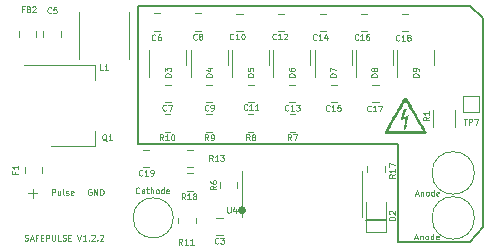
<source format=gto>
G04 #@! TF.GenerationSoftware,KiCad,Pcbnew,(5.99.0-10559-g8513ca974c)*
G04 #@! TF.CreationDate,2021-05-16T19:19:17+12:00*
G04 #@! TF.ProjectId,SafePulse,53616665-5075-46c7-9365-2e6b69636164,V1.2.2*
G04 #@! TF.SameCoordinates,Original*
G04 #@! TF.FileFunction,Legend,Top*
G04 #@! TF.FilePolarity,Positive*
%FSLAX46Y46*%
G04 Gerber Fmt 4.6, Leading zero omitted, Abs format (unit mm)*
G04 Created by KiCad (PCBNEW (5.99.0-10559-g8513ca974c)) date 2021-05-16 19:19:17*
%MOMM*%
%LPD*%
G01*
G04 APERTURE LIST*
%ADD10C,0.150000*%
%ADD11C,0.075000*%
%ADD12C,0.100000*%
%ADD13C,0.120000*%
%ADD14C,0.360000*%
G04 APERTURE END LIST*
D10*
X137414000Y-69270000D02*
X159400000Y-69270000D01*
X158370000Y-75770000D02*
X156670000Y-75770000D01*
X159400000Y-69270000D02*
X159400000Y-77570000D01*
X159400000Y-77585000D02*
X165471000Y-77580787D01*
X137414000Y-69270000D02*
X137414000Y-57658000D01*
X166597000Y-76300000D02*
X165471000Y-77580787D01*
X166604000Y-58658000D02*
X166597000Y-76300000D01*
X165520000Y-57658000D02*
X137414000Y-57658000D01*
X165520000Y-57658000D02*
X166604000Y-58658000D01*
D11*
X127766666Y-77467380D02*
X127838095Y-77491190D01*
X127957142Y-77491190D01*
X128004761Y-77467380D01*
X128028571Y-77443571D01*
X128052380Y-77395952D01*
X128052380Y-77348333D01*
X128028571Y-77300714D01*
X128004761Y-77276904D01*
X127957142Y-77253095D01*
X127861904Y-77229285D01*
X127814285Y-77205476D01*
X127790476Y-77181666D01*
X127766666Y-77134047D01*
X127766666Y-77086428D01*
X127790476Y-77038809D01*
X127814285Y-77015000D01*
X127861904Y-76991190D01*
X127980952Y-76991190D01*
X128052380Y-77015000D01*
X128242857Y-77348333D02*
X128480952Y-77348333D01*
X128195238Y-77491190D02*
X128361904Y-76991190D01*
X128528571Y-77491190D01*
X128861904Y-77229285D02*
X128695238Y-77229285D01*
X128695238Y-77491190D02*
X128695238Y-76991190D01*
X128933333Y-76991190D01*
X129123809Y-77229285D02*
X129290476Y-77229285D01*
X129361904Y-77491190D02*
X129123809Y-77491190D01*
X129123809Y-76991190D01*
X129361904Y-76991190D01*
X129576190Y-77491190D02*
X129576190Y-76991190D01*
X129766666Y-76991190D01*
X129814285Y-77015000D01*
X129838095Y-77038809D01*
X129861904Y-77086428D01*
X129861904Y-77157857D01*
X129838095Y-77205476D01*
X129814285Y-77229285D01*
X129766666Y-77253095D01*
X129576190Y-77253095D01*
X130076190Y-76991190D02*
X130076190Y-77395952D01*
X130100000Y-77443571D01*
X130123809Y-77467380D01*
X130171428Y-77491190D01*
X130266666Y-77491190D01*
X130314285Y-77467380D01*
X130338095Y-77443571D01*
X130361904Y-77395952D01*
X130361904Y-76991190D01*
X130838095Y-77491190D02*
X130600000Y-77491190D01*
X130600000Y-76991190D01*
X130980952Y-77467380D02*
X131052380Y-77491190D01*
X131171428Y-77491190D01*
X131219047Y-77467380D01*
X131242857Y-77443571D01*
X131266666Y-77395952D01*
X131266666Y-77348333D01*
X131242857Y-77300714D01*
X131219047Y-77276904D01*
X131171428Y-77253095D01*
X131076190Y-77229285D01*
X131028571Y-77205476D01*
X131004761Y-77181666D01*
X130980952Y-77134047D01*
X130980952Y-77086428D01*
X131004761Y-77038809D01*
X131028571Y-77015000D01*
X131076190Y-76991190D01*
X131195238Y-76991190D01*
X131266666Y-77015000D01*
X131480952Y-77229285D02*
X131647619Y-77229285D01*
X131719047Y-77491190D02*
X131480952Y-77491190D01*
X131480952Y-76991190D01*
X131719047Y-76991190D01*
X132242857Y-76991190D02*
X132409523Y-77491190D01*
X132576190Y-76991190D01*
X133004761Y-77491190D02*
X132719047Y-77491190D01*
X132861904Y-77491190D02*
X132861904Y-76991190D01*
X132814285Y-77062619D01*
X132766666Y-77110238D01*
X132719047Y-77134047D01*
X133219047Y-77443571D02*
X133242857Y-77467380D01*
X133219047Y-77491190D01*
X133195238Y-77467380D01*
X133219047Y-77443571D01*
X133219047Y-77491190D01*
X133433333Y-77038809D02*
X133457142Y-77015000D01*
X133504761Y-76991190D01*
X133623809Y-76991190D01*
X133671428Y-77015000D01*
X133695238Y-77038809D01*
X133719047Y-77086428D01*
X133719047Y-77134047D01*
X133695238Y-77205476D01*
X133409523Y-77491190D01*
X133719047Y-77491190D01*
X133933333Y-77443571D02*
X133957142Y-77467380D01*
X133933333Y-77491190D01*
X133909523Y-77467380D01*
X133933333Y-77443571D01*
X133933333Y-77491190D01*
X134147619Y-77038809D02*
X134171428Y-77015000D01*
X134219047Y-76991190D01*
X134338095Y-76991190D01*
X134385714Y-77015000D01*
X134409523Y-77038809D01*
X134433333Y-77086428D01*
X134433333Y-77134047D01*
X134409523Y-77205476D01*
X134123809Y-77491190D01*
X134433333Y-77491190D01*
D12*
X128079047Y-73471428D02*
X128840952Y-73471428D01*
X128460000Y-73852380D02*
X128460000Y-73090476D01*
X130095238Y-73626190D02*
X130095238Y-73126190D01*
X130285714Y-73126190D01*
X130333333Y-73150000D01*
X130357142Y-73173809D01*
X130380952Y-73221428D01*
X130380952Y-73292857D01*
X130357142Y-73340476D01*
X130333333Y-73364285D01*
X130285714Y-73388095D01*
X130095238Y-73388095D01*
X130809523Y-73292857D02*
X130809523Y-73626190D01*
X130595238Y-73292857D02*
X130595238Y-73554761D01*
X130619047Y-73602380D01*
X130666666Y-73626190D01*
X130738095Y-73626190D01*
X130785714Y-73602380D01*
X130809523Y-73578571D01*
X131119047Y-73626190D02*
X131071428Y-73602380D01*
X131047619Y-73554761D01*
X131047619Y-73126190D01*
X131285714Y-73602380D02*
X131333333Y-73626190D01*
X131428571Y-73626190D01*
X131476190Y-73602380D01*
X131500000Y-73554761D01*
X131500000Y-73530952D01*
X131476190Y-73483333D01*
X131428571Y-73459523D01*
X131357142Y-73459523D01*
X131309523Y-73435714D01*
X131285714Y-73388095D01*
X131285714Y-73364285D01*
X131309523Y-73316666D01*
X131357142Y-73292857D01*
X131428571Y-73292857D01*
X131476190Y-73316666D01*
X131904761Y-73602380D02*
X131857142Y-73626190D01*
X131761904Y-73626190D01*
X131714285Y-73602380D01*
X131690476Y-73554761D01*
X131690476Y-73364285D01*
X131714285Y-73316666D01*
X131761904Y-73292857D01*
X131857142Y-73292857D01*
X131904761Y-73316666D01*
X131928571Y-73364285D01*
X131928571Y-73411904D01*
X131690476Y-73459523D01*
X133413047Y-73150000D02*
X133365428Y-73126190D01*
X133294000Y-73126190D01*
X133222571Y-73150000D01*
X133174952Y-73197619D01*
X133151142Y-73245238D01*
X133127333Y-73340476D01*
X133127333Y-73411904D01*
X133151142Y-73507142D01*
X133174952Y-73554761D01*
X133222571Y-73602380D01*
X133294000Y-73626190D01*
X133341619Y-73626190D01*
X133413047Y-73602380D01*
X133436857Y-73578571D01*
X133436857Y-73411904D01*
X133341619Y-73411904D01*
X133651142Y-73626190D02*
X133651142Y-73126190D01*
X133936857Y-73626190D01*
X133936857Y-73126190D01*
X134174952Y-73626190D02*
X134174952Y-73126190D01*
X134294000Y-73126190D01*
X134365428Y-73150000D01*
X134413047Y-73197619D01*
X134436857Y-73245238D01*
X134460666Y-73340476D01*
X134460666Y-73411904D01*
X134436857Y-73507142D01*
X134413047Y-73554761D01*
X134365428Y-73602380D01*
X134294000Y-73626190D01*
X134174952Y-73626190D01*
D11*
X146617237Y-66378571D02*
X146593427Y-66402380D01*
X146521999Y-66426190D01*
X146474380Y-66426190D01*
X146402951Y-66402380D01*
X146355332Y-66354761D01*
X146331523Y-66307142D01*
X146307713Y-66211904D01*
X146307713Y-66140476D01*
X146331523Y-66045238D01*
X146355332Y-65997619D01*
X146402951Y-65950000D01*
X146474380Y-65926190D01*
X146521999Y-65926190D01*
X146593427Y-65950000D01*
X146617237Y-65973809D01*
X147093427Y-66426190D02*
X146807713Y-66426190D01*
X146950570Y-66426190D02*
X146950570Y-65926190D01*
X146902951Y-65997619D01*
X146855332Y-66045238D01*
X146807713Y-66069047D01*
X147569618Y-66426190D02*
X147283904Y-66426190D01*
X147426761Y-66426190D02*
X147426761Y-65926190D01*
X147379142Y-65997619D01*
X147331523Y-66045238D01*
X147283904Y-66069047D01*
X126964285Y-71667666D02*
X126964285Y-71834333D01*
X127226190Y-71834333D02*
X126726190Y-71834333D01*
X126726190Y-71596238D01*
X127226190Y-71143857D02*
X127226190Y-71429571D01*
X127226190Y-71286714D02*
X126726190Y-71286714D01*
X126797619Y-71334333D01*
X126845238Y-71381952D01*
X126869047Y-71429571D01*
X143314999Y-66438571D02*
X143291190Y-66462380D01*
X143219761Y-66486190D01*
X143172142Y-66486190D01*
X143100713Y-66462380D01*
X143053094Y-66414761D01*
X143029285Y-66367142D01*
X143005475Y-66271904D01*
X143005475Y-66200476D01*
X143029285Y-66105238D01*
X143053094Y-66057619D01*
X143100713Y-66010000D01*
X143172142Y-65986190D01*
X143219761Y-65986190D01*
X143291190Y-66010000D01*
X143314999Y-66033809D01*
X143553094Y-66486190D02*
X143648333Y-66486190D01*
X143695952Y-66462380D01*
X143719761Y-66438571D01*
X143767380Y-66367142D01*
X143791190Y-66271904D01*
X143791190Y-66081428D01*
X143767380Y-66033809D01*
X143743571Y-66010000D01*
X143695952Y-65986190D01*
X143600713Y-65986190D01*
X143553094Y-66010000D01*
X143529285Y-66033809D01*
X143505475Y-66081428D01*
X143505475Y-66200476D01*
X143529285Y-66248095D01*
X143553094Y-66271904D01*
X143600713Y-66295714D01*
X143695952Y-66295714D01*
X143743571Y-66271904D01*
X143767380Y-66248095D01*
X143791190Y-66200476D01*
X160858095Y-73538333D02*
X161096190Y-73538333D01*
X160810476Y-73681190D02*
X160977142Y-73181190D01*
X161143809Y-73681190D01*
X161310476Y-73347857D02*
X161310476Y-73681190D01*
X161310476Y-73395476D02*
X161334285Y-73371666D01*
X161381904Y-73347857D01*
X161453333Y-73347857D01*
X161500952Y-73371666D01*
X161524761Y-73419285D01*
X161524761Y-73681190D01*
X161834285Y-73681190D02*
X161786666Y-73657380D01*
X161762857Y-73633571D01*
X161739047Y-73585952D01*
X161739047Y-73443095D01*
X161762857Y-73395476D01*
X161786666Y-73371666D01*
X161834285Y-73347857D01*
X161905714Y-73347857D01*
X161953333Y-73371666D01*
X161977142Y-73395476D01*
X162000952Y-73443095D01*
X162000952Y-73585952D01*
X161977142Y-73633571D01*
X161953333Y-73657380D01*
X161905714Y-73681190D01*
X161834285Y-73681190D01*
X162429523Y-73681190D02*
X162429523Y-73181190D01*
X162429523Y-73657380D02*
X162381904Y-73681190D01*
X162286666Y-73681190D01*
X162239047Y-73657380D01*
X162215238Y-73633571D01*
X162191428Y-73585952D01*
X162191428Y-73443095D01*
X162215238Y-73395476D01*
X162239047Y-73371666D01*
X162286666Y-73347857D01*
X162381904Y-73347857D01*
X162429523Y-73371666D01*
X162858095Y-73657380D02*
X162810476Y-73681190D01*
X162715238Y-73681190D01*
X162667619Y-73657380D01*
X162643809Y-73609761D01*
X162643809Y-73419285D01*
X162667619Y-73371666D01*
X162715238Y-73347857D01*
X162810476Y-73347857D01*
X162858095Y-73371666D01*
X162881904Y-73419285D01*
X162881904Y-73466904D01*
X162643809Y-73514523D01*
X160818095Y-77248333D02*
X161056190Y-77248333D01*
X160770476Y-77391190D02*
X160937142Y-76891190D01*
X161103809Y-77391190D01*
X161270476Y-77057857D02*
X161270476Y-77391190D01*
X161270476Y-77105476D02*
X161294285Y-77081666D01*
X161341904Y-77057857D01*
X161413333Y-77057857D01*
X161460952Y-77081666D01*
X161484761Y-77129285D01*
X161484761Y-77391190D01*
X161794285Y-77391190D02*
X161746666Y-77367380D01*
X161722857Y-77343571D01*
X161699047Y-77295952D01*
X161699047Y-77153095D01*
X161722857Y-77105476D01*
X161746666Y-77081666D01*
X161794285Y-77057857D01*
X161865714Y-77057857D01*
X161913333Y-77081666D01*
X161937142Y-77105476D01*
X161960952Y-77153095D01*
X161960952Y-77295952D01*
X161937142Y-77343571D01*
X161913333Y-77367380D01*
X161865714Y-77391190D01*
X161794285Y-77391190D01*
X162389523Y-77391190D02*
X162389523Y-76891190D01*
X162389523Y-77367380D02*
X162341904Y-77391190D01*
X162246666Y-77391190D01*
X162199047Y-77367380D01*
X162175238Y-77343571D01*
X162151428Y-77295952D01*
X162151428Y-77153095D01*
X162175238Y-77105476D01*
X162199047Y-77081666D01*
X162246666Y-77057857D01*
X162341904Y-77057857D01*
X162389523Y-77081666D01*
X162818095Y-77367380D02*
X162770476Y-77391190D01*
X162675238Y-77391190D01*
X162627619Y-77367380D01*
X162603809Y-77319761D01*
X162603809Y-77129285D01*
X162627619Y-77081666D01*
X162675238Y-77057857D01*
X162770476Y-77057857D01*
X162818095Y-77081666D01*
X162841904Y-77129285D01*
X162841904Y-77176904D01*
X162603809Y-77224523D01*
X157626190Y-63619047D02*
X157126190Y-63619047D01*
X157126190Y-63500000D01*
X157150000Y-63428571D01*
X157197619Y-63380952D01*
X157245238Y-63357142D01*
X157340476Y-63333333D01*
X157411904Y-63333333D01*
X157507142Y-63357142D01*
X157554761Y-63380952D01*
X157602380Y-63428571D01*
X157626190Y-63500000D01*
X157626190Y-63619047D01*
X157340476Y-63047619D02*
X157316666Y-63095238D01*
X157292857Y-63119047D01*
X157245238Y-63142857D01*
X157221428Y-63142857D01*
X157173809Y-63119047D01*
X157150000Y-63095238D01*
X157126190Y-63047619D01*
X157126190Y-62952380D01*
X157150000Y-62904761D01*
X157173809Y-62880952D01*
X157221428Y-62857142D01*
X157245238Y-62857142D01*
X157292857Y-62880952D01*
X157316666Y-62904761D01*
X157340476Y-62952380D01*
X157340476Y-63047619D01*
X157364285Y-63095238D01*
X157388095Y-63119047D01*
X157435714Y-63142857D01*
X157530952Y-63142857D01*
X157578571Y-63119047D01*
X157602380Y-63095238D01*
X157626190Y-63047619D01*
X157626190Y-62952380D01*
X157602380Y-62904761D01*
X157578571Y-62880952D01*
X157530952Y-62857142D01*
X157435714Y-62857142D01*
X157388095Y-62880952D01*
X157364285Y-62904761D01*
X157340476Y-62952380D01*
X143626190Y-63619047D02*
X143126190Y-63619047D01*
X143126190Y-63500000D01*
X143150000Y-63428571D01*
X143197619Y-63380952D01*
X143245238Y-63357142D01*
X143340476Y-63333333D01*
X143411904Y-63333333D01*
X143507142Y-63357142D01*
X143554761Y-63380952D01*
X143602380Y-63428571D01*
X143626190Y-63500000D01*
X143626190Y-63619047D01*
X143292857Y-62904761D02*
X143626190Y-62904761D01*
X143102380Y-63023809D02*
X143459523Y-63142857D01*
X143459523Y-62833333D01*
X149048571Y-60408571D02*
X149024761Y-60432380D01*
X148953333Y-60456190D01*
X148905714Y-60456190D01*
X148834285Y-60432380D01*
X148786666Y-60384761D01*
X148762857Y-60337142D01*
X148739047Y-60241904D01*
X148739047Y-60170476D01*
X148762857Y-60075238D01*
X148786666Y-60027619D01*
X148834285Y-59980000D01*
X148905714Y-59956190D01*
X148953333Y-59956190D01*
X149024761Y-59980000D01*
X149048571Y-60003809D01*
X149524761Y-60456190D02*
X149239047Y-60456190D01*
X149381904Y-60456190D02*
X149381904Y-59956190D01*
X149334285Y-60027619D01*
X149286666Y-60075238D01*
X149239047Y-60099047D01*
X149715238Y-60003809D02*
X149739047Y-59980000D01*
X149786666Y-59956190D01*
X149905714Y-59956190D01*
X149953333Y-59980000D01*
X149977142Y-60003809D01*
X150000952Y-60051428D01*
X150000952Y-60099047D01*
X149977142Y-60170476D01*
X149691428Y-60456190D01*
X150000952Y-60456190D01*
X150097570Y-66438571D02*
X150073760Y-66462380D01*
X150002332Y-66486190D01*
X149954713Y-66486190D01*
X149883284Y-66462380D01*
X149835665Y-66414761D01*
X149811856Y-66367142D01*
X149788046Y-66271904D01*
X149788046Y-66200476D01*
X149811856Y-66105238D01*
X149835665Y-66057619D01*
X149883284Y-66010000D01*
X149954713Y-65986190D01*
X150002332Y-65986190D01*
X150073760Y-66010000D01*
X150097570Y-66033809D01*
X150573760Y-66486190D02*
X150288046Y-66486190D01*
X150430903Y-66486190D02*
X150430903Y-65986190D01*
X150383284Y-66057619D01*
X150335665Y-66105238D01*
X150288046Y-66129047D01*
X150740427Y-65986190D02*
X151049951Y-65986190D01*
X150883284Y-66176666D01*
X150954713Y-66176666D01*
X151002332Y-66200476D01*
X151026141Y-66224285D01*
X151049951Y-66271904D01*
X151049951Y-66390952D01*
X151026141Y-66438571D01*
X151002332Y-66462380D01*
X150954713Y-66486190D01*
X150811856Y-66486190D01*
X150764237Y-66462380D01*
X150740427Y-66438571D01*
X159126190Y-71886428D02*
X158888095Y-72053095D01*
X159126190Y-72172142D02*
X158626190Y-72172142D01*
X158626190Y-71981666D01*
X158650000Y-71934047D01*
X158673809Y-71910238D01*
X158721428Y-71886428D01*
X158792857Y-71886428D01*
X158840476Y-71910238D01*
X158864285Y-71934047D01*
X158888095Y-71981666D01*
X158888095Y-72172142D01*
X159126190Y-71410238D02*
X159126190Y-71695952D01*
X159126190Y-71553095D02*
X158626190Y-71553095D01*
X158697619Y-71600714D01*
X158745238Y-71648333D01*
X158769047Y-71695952D01*
X158626190Y-71243571D02*
X158626190Y-70910238D01*
X159126190Y-71124523D01*
X145448571Y-60408571D02*
X145424761Y-60432380D01*
X145353333Y-60456190D01*
X145305714Y-60456190D01*
X145234285Y-60432380D01*
X145186666Y-60384761D01*
X145162857Y-60337142D01*
X145139047Y-60241904D01*
X145139047Y-60170476D01*
X145162857Y-60075238D01*
X145186666Y-60027619D01*
X145234285Y-59980000D01*
X145305714Y-59956190D01*
X145353333Y-59956190D01*
X145424761Y-59980000D01*
X145448571Y-60003809D01*
X145924761Y-60456190D02*
X145639047Y-60456190D01*
X145781904Y-60456190D02*
X145781904Y-59956190D01*
X145734285Y-60027619D01*
X145686666Y-60075238D01*
X145639047Y-60099047D01*
X146234285Y-59956190D02*
X146281904Y-59956190D01*
X146329523Y-59980000D01*
X146353333Y-60003809D01*
X146377142Y-60051428D01*
X146400952Y-60146666D01*
X146400952Y-60265714D01*
X146377142Y-60360952D01*
X146353333Y-60408571D01*
X146329523Y-60432380D01*
X146281904Y-60456190D01*
X146234285Y-60456190D01*
X146186666Y-60432380D01*
X146162857Y-60408571D01*
X146139047Y-60360952D01*
X146115238Y-60265714D01*
X146115238Y-60146666D01*
X146139047Y-60051428D01*
X146162857Y-60003809D01*
X146186666Y-59980000D01*
X146234285Y-59956190D01*
X140150190Y-63619047D02*
X139650190Y-63619047D01*
X139650190Y-63500000D01*
X139674000Y-63428571D01*
X139721619Y-63380952D01*
X139769238Y-63357142D01*
X139864476Y-63333333D01*
X139935904Y-63333333D01*
X140031142Y-63357142D01*
X140078761Y-63380952D01*
X140126380Y-63428571D01*
X140150190Y-63500000D01*
X140150190Y-63619047D01*
X139650190Y-63166666D02*
X139650190Y-62857142D01*
X139840666Y-63023809D01*
X139840666Y-62952380D01*
X139864476Y-62904761D01*
X139888285Y-62880952D01*
X139935904Y-62857142D01*
X140054952Y-62857142D01*
X140102571Y-62880952D01*
X140126380Y-62904761D01*
X140150190Y-62952380D01*
X140150190Y-63095238D01*
X140126380Y-63142857D01*
X140102571Y-63166666D01*
X146828664Y-68996190D02*
X146661998Y-68758095D01*
X146542950Y-68996190D02*
X146542950Y-68496190D01*
X146733426Y-68496190D01*
X146781045Y-68520000D01*
X146804855Y-68543809D01*
X146828664Y-68591428D01*
X146828664Y-68662857D01*
X146804855Y-68710476D01*
X146781045Y-68734285D01*
X146733426Y-68758095D01*
X146542950Y-68758095D01*
X147114378Y-68710476D02*
X147066759Y-68686666D01*
X147042950Y-68662857D01*
X147019140Y-68615238D01*
X147019140Y-68591428D01*
X147042950Y-68543809D01*
X147066759Y-68520000D01*
X147114378Y-68496190D01*
X147209617Y-68496190D01*
X147257236Y-68520000D01*
X147281045Y-68543809D01*
X147304855Y-68591428D01*
X147304855Y-68615238D01*
X147281045Y-68662857D01*
X147257236Y-68686666D01*
X147209617Y-68710476D01*
X147114378Y-68710476D01*
X147066759Y-68734285D01*
X147042950Y-68758095D01*
X147019140Y-68805714D01*
X147019140Y-68900952D01*
X147042950Y-68948571D01*
X147066759Y-68972380D01*
X147114378Y-68996190D01*
X147209617Y-68996190D01*
X147257236Y-68972380D01*
X147281045Y-68948571D01*
X147304855Y-68900952D01*
X147304855Y-68805714D01*
X147281045Y-68758095D01*
X147257236Y-68734285D01*
X147209617Y-68710476D01*
X127693333Y-57904285D02*
X127526666Y-57904285D01*
X127526666Y-58166190D02*
X127526666Y-57666190D01*
X127764761Y-57666190D01*
X128121904Y-57904285D02*
X128193333Y-57928095D01*
X128217142Y-57951904D01*
X128240952Y-57999523D01*
X128240952Y-58070952D01*
X128217142Y-58118571D01*
X128193333Y-58142380D01*
X128145714Y-58166190D01*
X127955238Y-58166190D01*
X127955238Y-57666190D01*
X128121904Y-57666190D01*
X128169523Y-57690000D01*
X128193333Y-57713809D01*
X128217142Y-57761428D01*
X128217142Y-57809047D01*
X128193333Y-57856666D01*
X128169523Y-57880476D01*
X128121904Y-57904285D01*
X127955238Y-57904285D01*
X128431428Y-57713809D02*
X128455238Y-57690000D01*
X128502857Y-57666190D01*
X128621904Y-57666190D01*
X128669523Y-57690000D01*
X128693333Y-57713809D01*
X128717142Y-57761428D01*
X128717142Y-57809047D01*
X128693333Y-57880476D01*
X128407619Y-58166190D01*
X128717142Y-58166190D01*
X150355665Y-68996190D02*
X150188999Y-68758095D01*
X150069951Y-68996190D02*
X150069951Y-68496190D01*
X150260427Y-68496190D01*
X150308046Y-68520000D01*
X150331856Y-68543809D01*
X150355665Y-68591428D01*
X150355665Y-68662857D01*
X150331856Y-68710476D01*
X150308046Y-68734285D01*
X150260427Y-68758095D01*
X150069951Y-68758095D01*
X150522332Y-68496190D02*
X150855665Y-68496190D01*
X150641379Y-68996190D01*
X143996190Y-72853333D02*
X143758095Y-73020000D01*
X143996190Y-73139047D02*
X143496190Y-73139047D01*
X143496190Y-72948571D01*
X143520000Y-72900952D01*
X143543809Y-72877142D01*
X143591428Y-72853333D01*
X143662857Y-72853333D01*
X143710476Y-72877142D01*
X143734285Y-72900952D01*
X143758095Y-72948571D01*
X143758095Y-73139047D01*
X143496190Y-72424761D02*
X143496190Y-72520000D01*
X143520000Y-72567619D01*
X143543809Y-72591428D01*
X143615238Y-72639047D01*
X143710476Y-72662857D01*
X143900952Y-72662857D01*
X143948571Y-72639047D01*
X143972380Y-72615238D01*
X143996190Y-72567619D01*
X143996190Y-72472380D01*
X143972380Y-72424761D01*
X143948571Y-72400952D01*
X143900952Y-72377142D01*
X143781904Y-72377142D01*
X143734285Y-72400952D01*
X143710476Y-72424761D01*
X143686666Y-72472380D01*
X143686666Y-72567619D01*
X143710476Y-72615238D01*
X143734285Y-72639047D01*
X143781904Y-72662857D01*
X153587903Y-66458571D02*
X153564093Y-66482380D01*
X153492665Y-66506190D01*
X153445046Y-66506190D01*
X153373617Y-66482380D01*
X153325998Y-66434761D01*
X153302189Y-66387142D01*
X153278379Y-66291904D01*
X153278379Y-66220476D01*
X153302189Y-66125238D01*
X153325998Y-66077619D01*
X153373617Y-66030000D01*
X153445046Y-66006190D01*
X153492665Y-66006190D01*
X153564093Y-66030000D01*
X153587903Y-66053809D01*
X154064093Y-66506190D02*
X153778379Y-66506190D01*
X153921236Y-66506190D02*
X153921236Y-66006190D01*
X153873617Y-66077619D01*
X153825998Y-66125238D01*
X153778379Y-66149047D01*
X154516474Y-66006190D02*
X154278379Y-66006190D01*
X154254570Y-66244285D01*
X154278379Y-66220476D01*
X154325998Y-66196666D01*
X154445046Y-66196666D01*
X154492665Y-66220476D01*
X154516474Y-66244285D01*
X154540284Y-66291904D01*
X154540284Y-66410952D01*
X154516474Y-66458571D01*
X154492665Y-66482380D01*
X154445046Y-66506190D01*
X154325998Y-66506190D01*
X154278379Y-66482380D01*
X154254570Y-66458571D01*
X150626190Y-63619047D02*
X150126190Y-63619047D01*
X150126190Y-63500000D01*
X150150000Y-63428571D01*
X150197619Y-63380952D01*
X150245238Y-63357142D01*
X150340476Y-63333333D01*
X150411904Y-63333333D01*
X150507142Y-63357142D01*
X150554761Y-63380952D01*
X150602380Y-63428571D01*
X150626190Y-63500000D01*
X150626190Y-63619047D01*
X150126190Y-62904761D02*
X150126190Y-63000000D01*
X150150000Y-63047619D01*
X150173809Y-63071428D01*
X150245238Y-63119047D01*
X150340476Y-63142857D01*
X150530952Y-63142857D01*
X150578571Y-63119047D01*
X150602380Y-63095238D01*
X150626190Y-63047619D01*
X150626190Y-62952380D01*
X150602380Y-62904761D01*
X150578571Y-62880952D01*
X150530952Y-62857142D01*
X150411904Y-62857142D01*
X150364285Y-62880952D01*
X150340476Y-62904761D01*
X150316666Y-62952380D01*
X150316666Y-63047619D01*
X150340476Y-63095238D01*
X150364285Y-63119047D01*
X150411904Y-63142857D01*
X137492857Y-73443571D02*
X137469047Y-73467380D01*
X137397619Y-73491190D01*
X137350000Y-73491190D01*
X137278571Y-73467380D01*
X137230952Y-73419761D01*
X137207142Y-73372142D01*
X137183333Y-73276904D01*
X137183333Y-73205476D01*
X137207142Y-73110238D01*
X137230952Y-73062619D01*
X137278571Y-73015000D01*
X137350000Y-72991190D01*
X137397619Y-72991190D01*
X137469047Y-73015000D01*
X137492857Y-73038809D01*
X137921428Y-73491190D02*
X137921428Y-73229285D01*
X137897619Y-73181666D01*
X137850000Y-73157857D01*
X137754761Y-73157857D01*
X137707142Y-73181666D01*
X137921428Y-73467380D02*
X137873809Y-73491190D01*
X137754761Y-73491190D01*
X137707142Y-73467380D01*
X137683333Y-73419761D01*
X137683333Y-73372142D01*
X137707142Y-73324523D01*
X137754761Y-73300714D01*
X137873809Y-73300714D01*
X137921428Y-73276904D01*
X138088095Y-73157857D02*
X138278571Y-73157857D01*
X138159523Y-72991190D02*
X138159523Y-73419761D01*
X138183333Y-73467380D01*
X138230952Y-73491190D01*
X138278571Y-73491190D01*
X138445238Y-73491190D02*
X138445238Y-72991190D01*
X138659523Y-73491190D02*
X138659523Y-73229285D01*
X138635714Y-73181666D01*
X138588095Y-73157857D01*
X138516666Y-73157857D01*
X138469047Y-73181666D01*
X138445238Y-73205476D01*
X138969047Y-73491190D02*
X138921428Y-73467380D01*
X138897619Y-73443571D01*
X138873809Y-73395952D01*
X138873809Y-73253095D01*
X138897619Y-73205476D01*
X138921428Y-73181666D01*
X138969047Y-73157857D01*
X139040476Y-73157857D01*
X139088095Y-73181666D01*
X139111904Y-73205476D01*
X139135714Y-73253095D01*
X139135714Y-73395952D01*
X139111904Y-73443571D01*
X139088095Y-73467380D01*
X139040476Y-73491190D01*
X138969047Y-73491190D01*
X139564285Y-73491190D02*
X139564285Y-72991190D01*
X139564285Y-73467380D02*
X139516666Y-73491190D01*
X139421428Y-73491190D01*
X139373809Y-73467380D01*
X139350000Y-73443571D01*
X139326190Y-73395952D01*
X139326190Y-73253095D01*
X139350000Y-73205476D01*
X139373809Y-73181666D01*
X139421428Y-73157857D01*
X139516666Y-73157857D01*
X139564285Y-73181666D01*
X139992857Y-73467380D02*
X139945238Y-73491190D01*
X139850000Y-73491190D01*
X139802380Y-73467380D01*
X139778571Y-73419761D01*
X139778571Y-73229285D01*
X139802380Y-73181666D01*
X139850000Y-73157857D01*
X139945238Y-73157857D01*
X139992857Y-73181666D01*
X140016666Y-73229285D01*
X140016666Y-73276904D01*
X139778571Y-73324523D01*
X154126190Y-63619047D02*
X153626190Y-63619047D01*
X153626190Y-63500000D01*
X153650000Y-63428571D01*
X153697619Y-63380952D01*
X153745238Y-63357142D01*
X153840476Y-63333333D01*
X153911904Y-63333333D01*
X154007142Y-63357142D01*
X154054761Y-63380952D01*
X154102380Y-63428571D01*
X154126190Y-63500000D01*
X154126190Y-63619047D01*
X153626190Y-63166666D02*
X153626190Y-62833333D01*
X154126190Y-63047619D01*
X138846666Y-60488571D02*
X138822857Y-60512380D01*
X138751428Y-60536190D01*
X138703809Y-60536190D01*
X138632380Y-60512380D01*
X138584761Y-60464761D01*
X138560952Y-60417142D01*
X138537142Y-60321904D01*
X138537142Y-60250476D01*
X138560952Y-60155238D01*
X138584761Y-60107619D01*
X138632380Y-60060000D01*
X138703809Y-60036190D01*
X138751428Y-60036190D01*
X138822857Y-60060000D01*
X138846666Y-60083809D01*
X139275238Y-60036190D02*
X139180000Y-60036190D01*
X139132380Y-60060000D01*
X139108571Y-60083809D01*
X139060952Y-60155238D01*
X139037142Y-60250476D01*
X139037142Y-60440952D01*
X139060952Y-60488571D01*
X139084761Y-60512380D01*
X139132380Y-60536190D01*
X139227619Y-60536190D01*
X139275238Y-60512380D01*
X139299047Y-60488571D01*
X139322857Y-60440952D01*
X139322857Y-60321904D01*
X139299047Y-60274285D01*
X139275238Y-60250476D01*
X139227619Y-60226666D01*
X139132380Y-60226666D01*
X139084761Y-60250476D01*
X139060952Y-60274285D01*
X139037142Y-60321904D01*
X130016666Y-58178571D02*
X129992857Y-58202380D01*
X129921428Y-58226190D01*
X129873809Y-58226190D01*
X129802380Y-58202380D01*
X129754761Y-58154761D01*
X129730952Y-58107142D01*
X129707142Y-58011904D01*
X129707142Y-57940476D01*
X129730952Y-57845238D01*
X129754761Y-57797619D01*
X129802380Y-57750000D01*
X129873809Y-57726190D01*
X129921428Y-57726190D01*
X129992857Y-57750000D01*
X130016666Y-57773809D01*
X130469047Y-57726190D02*
X130230952Y-57726190D01*
X130207142Y-57964285D01*
X130230952Y-57940476D01*
X130278571Y-57916666D01*
X130397619Y-57916666D01*
X130445238Y-57940476D01*
X130469047Y-57964285D01*
X130492857Y-58011904D01*
X130492857Y-58130952D01*
X130469047Y-58178571D01*
X130445238Y-58202380D01*
X130397619Y-58226190D01*
X130278571Y-58226190D01*
X130230952Y-58202380D01*
X130207142Y-58178571D01*
X162024190Y-67012333D02*
X161786095Y-67179000D01*
X162024190Y-67298047D02*
X161524190Y-67298047D01*
X161524190Y-67107571D01*
X161548000Y-67059952D01*
X161571809Y-67036142D01*
X161619428Y-67012333D01*
X161690857Y-67012333D01*
X161738476Y-67036142D01*
X161762285Y-67059952D01*
X161786095Y-67107571D01*
X161786095Y-67298047D01*
X162024190Y-66536142D02*
X162024190Y-66821857D01*
X162024190Y-66679000D02*
X161524190Y-66679000D01*
X161595619Y-66726619D01*
X161643238Y-66774238D01*
X161667047Y-66821857D01*
X157088236Y-66508571D02*
X157064426Y-66532380D01*
X156992998Y-66556190D01*
X156945379Y-66556190D01*
X156873950Y-66532380D01*
X156826331Y-66484761D01*
X156802522Y-66437142D01*
X156778712Y-66341904D01*
X156778712Y-66270476D01*
X156802522Y-66175238D01*
X156826331Y-66127619D01*
X156873950Y-66080000D01*
X156945379Y-66056190D01*
X156992998Y-66056190D01*
X157064426Y-66080000D01*
X157088236Y-66103809D01*
X157564426Y-66556190D02*
X157278712Y-66556190D01*
X157421569Y-66556190D02*
X157421569Y-66056190D01*
X157373950Y-66127619D01*
X157326331Y-66175238D01*
X157278712Y-66199047D01*
X157731093Y-66056190D02*
X158064426Y-66056190D01*
X157850141Y-66556190D01*
X141360571Y-73996190D02*
X141193904Y-73758095D01*
X141074857Y-73996190D02*
X141074857Y-73496190D01*
X141265333Y-73496190D01*
X141312952Y-73520000D01*
X141336761Y-73543809D01*
X141360571Y-73591428D01*
X141360571Y-73662857D01*
X141336761Y-73710476D01*
X141312952Y-73734285D01*
X141265333Y-73758095D01*
X141074857Y-73758095D01*
X141836761Y-73996190D02*
X141551047Y-73996190D01*
X141693904Y-73996190D02*
X141693904Y-73496190D01*
X141646285Y-73567619D01*
X141598666Y-73615238D01*
X141551047Y-73639047D01*
X142122476Y-73710476D02*
X142074857Y-73686666D01*
X142051047Y-73662857D01*
X142027238Y-73615238D01*
X142027238Y-73591428D01*
X142051047Y-73543809D01*
X142074857Y-73520000D01*
X142122476Y-73496190D01*
X142217714Y-73496190D01*
X142265333Y-73520000D01*
X142289142Y-73543809D01*
X142312952Y-73591428D01*
X142312952Y-73615238D01*
X142289142Y-73662857D01*
X142265333Y-73686666D01*
X142217714Y-73710476D01*
X142122476Y-73710476D01*
X142074857Y-73734285D01*
X142051047Y-73758095D01*
X142027238Y-73805714D01*
X142027238Y-73900952D01*
X142051047Y-73948571D01*
X142074857Y-73972380D01*
X142122476Y-73996190D01*
X142217714Y-73996190D01*
X142265333Y-73972380D01*
X142289142Y-73948571D01*
X142312952Y-73900952D01*
X142312952Y-73805714D01*
X142289142Y-73758095D01*
X142265333Y-73734285D01*
X142217714Y-73710476D01*
X139754666Y-66428571D02*
X139730857Y-66452380D01*
X139659428Y-66476190D01*
X139611809Y-66476190D01*
X139540380Y-66452380D01*
X139492761Y-66404761D01*
X139468952Y-66357142D01*
X139445142Y-66261904D01*
X139445142Y-66190476D01*
X139468952Y-66095238D01*
X139492761Y-66047619D01*
X139540380Y-66000000D01*
X139611809Y-65976190D01*
X139659428Y-65976190D01*
X139730857Y-66000000D01*
X139754666Y-66023809D01*
X139921333Y-65976190D02*
X140254666Y-65976190D01*
X140040380Y-66476190D01*
X152488571Y-60448571D02*
X152464761Y-60472380D01*
X152393333Y-60496190D01*
X152345714Y-60496190D01*
X152274285Y-60472380D01*
X152226666Y-60424761D01*
X152202857Y-60377142D01*
X152179047Y-60281904D01*
X152179047Y-60210476D01*
X152202857Y-60115238D01*
X152226666Y-60067619D01*
X152274285Y-60020000D01*
X152345714Y-59996190D01*
X152393333Y-59996190D01*
X152464761Y-60020000D01*
X152488571Y-60043809D01*
X152964761Y-60496190D02*
X152679047Y-60496190D01*
X152821904Y-60496190D02*
X152821904Y-59996190D01*
X152774285Y-60067619D01*
X152726666Y-60115238D01*
X152679047Y-60139047D01*
X153393333Y-60162857D02*
X153393333Y-60496190D01*
X153274285Y-59972380D02*
X153155238Y-60329523D01*
X153464761Y-60329523D01*
X134416666Y-63076190D02*
X134178571Y-63076190D01*
X134178571Y-62576190D01*
X134845238Y-63076190D02*
X134559523Y-63076190D01*
X134702380Y-63076190D02*
X134702380Y-62576190D01*
X134654761Y-62647619D01*
X134607142Y-62695238D01*
X134559523Y-62719047D01*
X141132571Y-77823190D02*
X140965904Y-77585095D01*
X140846857Y-77823190D02*
X140846857Y-77323190D01*
X141037333Y-77323190D01*
X141084952Y-77347000D01*
X141108761Y-77370809D01*
X141132571Y-77418428D01*
X141132571Y-77489857D01*
X141108761Y-77537476D01*
X141084952Y-77561285D01*
X141037333Y-77585095D01*
X140846857Y-77585095D01*
X141608761Y-77823190D02*
X141323047Y-77823190D01*
X141465904Y-77823190D02*
X141465904Y-77323190D01*
X141418285Y-77394619D01*
X141370666Y-77442238D01*
X141323047Y-77466047D01*
X142084952Y-77823190D02*
X141799238Y-77823190D01*
X141942095Y-77823190D02*
X141942095Y-77323190D01*
X141894476Y-77394619D01*
X141846857Y-77442238D01*
X141799238Y-77466047D01*
X139505571Y-68996190D02*
X139338904Y-68758095D01*
X139219857Y-68996190D02*
X139219857Y-68496190D01*
X139410333Y-68496190D01*
X139457952Y-68520000D01*
X139481761Y-68543809D01*
X139505571Y-68591428D01*
X139505571Y-68662857D01*
X139481761Y-68710476D01*
X139457952Y-68734285D01*
X139410333Y-68758095D01*
X139219857Y-68758095D01*
X139981761Y-68996190D02*
X139696047Y-68996190D01*
X139838904Y-68996190D02*
X139838904Y-68496190D01*
X139791285Y-68567619D01*
X139743666Y-68615238D01*
X139696047Y-68639047D01*
X140291285Y-68496190D02*
X140338904Y-68496190D01*
X140386523Y-68520000D01*
X140410333Y-68543809D01*
X140434142Y-68591428D01*
X140457952Y-68686666D01*
X140457952Y-68805714D01*
X140434142Y-68900952D01*
X140410333Y-68948571D01*
X140386523Y-68972380D01*
X140338904Y-68996190D01*
X140291285Y-68996190D01*
X140243666Y-68972380D01*
X140219857Y-68948571D01*
X140196047Y-68900952D01*
X140172238Y-68805714D01*
X140172238Y-68686666D01*
X140196047Y-68591428D01*
X140219857Y-68543809D01*
X140243666Y-68520000D01*
X140291285Y-68496190D01*
X159498571Y-60518571D02*
X159474761Y-60542380D01*
X159403333Y-60566190D01*
X159355714Y-60566190D01*
X159284285Y-60542380D01*
X159236666Y-60494761D01*
X159212857Y-60447142D01*
X159189047Y-60351904D01*
X159189047Y-60280476D01*
X159212857Y-60185238D01*
X159236666Y-60137619D01*
X159284285Y-60090000D01*
X159355714Y-60066190D01*
X159403333Y-60066190D01*
X159474761Y-60090000D01*
X159498571Y-60113809D01*
X159974761Y-60566190D02*
X159689047Y-60566190D01*
X159831904Y-60566190D02*
X159831904Y-60066190D01*
X159784285Y-60137619D01*
X159736666Y-60185238D01*
X159689047Y-60209047D01*
X160260476Y-60280476D02*
X160212857Y-60256666D01*
X160189047Y-60232857D01*
X160165238Y-60185238D01*
X160165238Y-60161428D01*
X160189047Y-60113809D01*
X160212857Y-60090000D01*
X160260476Y-60066190D01*
X160355714Y-60066190D01*
X160403333Y-60090000D01*
X160427142Y-60113809D01*
X160450952Y-60161428D01*
X160450952Y-60185238D01*
X160427142Y-60232857D01*
X160403333Y-60256666D01*
X160355714Y-60280476D01*
X160260476Y-60280476D01*
X160212857Y-60304285D01*
X160189047Y-60328095D01*
X160165238Y-60375714D01*
X160165238Y-60470952D01*
X160189047Y-60518571D01*
X160212857Y-60542380D01*
X160260476Y-60566190D01*
X160355714Y-60566190D01*
X160403333Y-60542380D01*
X160427142Y-60518571D01*
X160450952Y-60470952D01*
X160450952Y-60375714D01*
X160427142Y-60328095D01*
X160403333Y-60304285D01*
X160355714Y-60280476D01*
X143330665Y-68996190D02*
X143163999Y-68758095D01*
X143044951Y-68996190D02*
X143044951Y-68496190D01*
X143235427Y-68496190D01*
X143283046Y-68520000D01*
X143306856Y-68543809D01*
X143330665Y-68591428D01*
X143330665Y-68662857D01*
X143306856Y-68710476D01*
X143283046Y-68734285D01*
X143235427Y-68758095D01*
X143044951Y-68758095D01*
X143568760Y-68996190D02*
X143663999Y-68996190D01*
X143711618Y-68972380D01*
X143735427Y-68948571D01*
X143783046Y-68877142D01*
X143806856Y-68781904D01*
X143806856Y-68591428D01*
X143783046Y-68543809D01*
X143759237Y-68520000D01*
X143711618Y-68496190D01*
X143616379Y-68496190D01*
X143568760Y-68520000D01*
X143544951Y-68543809D01*
X143521141Y-68591428D01*
X143521141Y-68710476D01*
X143544951Y-68758095D01*
X143568760Y-68781904D01*
X143616379Y-68805714D01*
X143711618Y-68805714D01*
X143759237Y-68781904D01*
X143783046Y-68758095D01*
X143806856Y-68710476D01*
X143698571Y-70746190D02*
X143531904Y-70508095D01*
X143412857Y-70746190D02*
X143412857Y-70246190D01*
X143603333Y-70246190D01*
X143650952Y-70270000D01*
X143674761Y-70293809D01*
X143698571Y-70341428D01*
X143698571Y-70412857D01*
X143674761Y-70460476D01*
X143650952Y-70484285D01*
X143603333Y-70508095D01*
X143412857Y-70508095D01*
X144174761Y-70746190D02*
X143889047Y-70746190D01*
X144031904Y-70746190D02*
X144031904Y-70246190D01*
X143984285Y-70317619D01*
X143936666Y-70365238D01*
X143889047Y-70389047D01*
X144341428Y-70246190D02*
X144650952Y-70246190D01*
X144484285Y-70436666D01*
X144555714Y-70436666D01*
X144603333Y-70460476D01*
X144627142Y-70484285D01*
X144650952Y-70531904D01*
X144650952Y-70650952D01*
X144627142Y-70698571D01*
X144603333Y-70722380D01*
X144555714Y-70746190D01*
X144412857Y-70746190D01*
X144365238Y-70722380D01*
X144341428Y-70698571D01*
X156018571Y-60448571D02*
X155994761Y-60472380D01*
X155923333Y-60496190D01*
X155875714Y-60496190D01*
X155804285Y-60472380D01*
X155756666Y-60424761D01*
X155732857Y-60377142D01*
X155709047Y-60281904D01*
X155709047Y-60210476D01*
X155732857Y-60115238D01*
X155756666Y-60067619D01*
X155804285Y-60020000D01*
X155875714Y-59996190D01*
X155923333Y-59996190D01*
X155994761Y-60020000D01*
X156018571Y-60043809D01*
X156494761Y-60496190D02*
X156209047Y-60496190D01*
X156351904Y-60496190D02*
X156351904Y-59996190D01*
X156304285Y-60067619D01*
X156256666Y-60115238D01*
X156209047Y-60139047D01*
X156923333Y-59996190D02*
X156828095Y-59996190D01*
X156780476Y-60020000D01*
X156756666Y-60043809D01*
X156709047Y-60115238D01*
X156685238Y-60210476D01*
X156685238Y-60400952D01*
X156709047Y-60448571D01*
X156732857Y-60472380D01*
X156780476Y-60496190D01*
X156875714Y-60496190D01*
X156923333Y-60472380D01*
X156947142Y-60448571D01*
X156970952Y-60400952D01*
X156970952Y-60281904D01*
X156947142Y-60234285D01*
X156923333Y-60210476D01*
X156875714Y-60186666D01*
X156780476Y-60186666D01*
X156732857Y-60210476D01*
X156709047Y-60234285D01*
X156685238Y-60281904D01*
X144919047Y-74626190D02*
X144919047Y-75030952D01*
X144942857Y-75078571D01*
X144966666Y-75102380D01*
X145014285Y-75126190D01*
X145109523Y-75126190D01*
X145157142Y-75102380D01*
X145180952Y-75078571D01*
X145204761Y-75030952D01*
X145204761Y-74626190D01*
X145657142Y-74792857D02*
X145657142Y-75126190D01*
X145538095Y-74602380D02*
X145419047Y-74959523D01*
X145728571Y-74959523D01*
X134722380Y-69043809D02*
X134674761Y-69020000D01*
X134627142Y-68972380D01*
X134555714Y-68900952D01*
X134508095Y-68877142D01*
X134460476Y-68877142D01*
X134484285Y-68996190D02*
X134436666Y-68972380D01*
X134389047Y-68924761D01*
X134365238Y-68829523D01*
X134365238Y-68662857D01*
X134389047Y-68567619D01*
X134436666Y-68520000D01*
X134484285Y-68496190D01*
X134579523Y-68496190D01*
X134627142Y-68520000D01*
X134674761Y-68567619D01*
X134698571Y-68662857D01*
X134698571Y-68829523D01*
X134674761Y-68924761D01*
X134627142Y-68972380D01*
X134579523Y-68996190D01*
X134484285Y-68996190D01*
X135174761Y-68996190D02*
X134889047Y-68996190D01*
X135031904Y-68996190D02*
X135031904Y-68496190D01*
X134984285Y-68567619D01*
X134936666Y-68615238D01*
X134889047Y-68639047D01*
X161126190Y-63619047D02*
X160626190Y-63619047D01*
X160626190Y-63500000D01*
X160650000Y-63428571D01*
X160697619Y-63380952D01*
X160745238Y-63357142D01*
X160840476Y-63333333D01*
X160911904Y-63333333D01*
X161007142Y-63357142D01*
X161054761Y-63380952D01*
X161102380Y-63428571D01*
X161126190Y-63500000D01*
X161126190Y-63619047D01*
X161126190Y-63095238D02*
X161126190Y-63000000D01*
X161102380Y-62952380D01*
X161078571Y-62928571D01*
X161007142Y-62880952D01*
X160911904Y-62857142D01*
X160721428Y-62857142D01*
X160673809Y-62880952D01*
X160650000Y-62904761D01*
X160626190Y-62952380D01*
X160626190Y-63047619D01*
X160650000Y-63095238D01*
X160673809Y-63119047D01*
X160721428Y-63142857D01*
X160840476Y-63142857D01*
X160888095Y-63119047D01*
X160911904Y-63095238D01*
X160935714Y-63047619D01*
X160935714Y-62952380D01*
X160911904Y-62904761D01*
X160888095Y-62880952D01*
X160840476Y-62857142D01*
X159126190Y-75734047D02*
X158626190Y-75734047D01*
X158626190Y-75615000D01*
X158650000Y-75543571D01*
X158697619Y-75495952D01*
X158745238Y-75472142D01*
X158840476Y-75448333D01*
X158911904Y-75448333D01*
X159007142Y-75472142D01*
X159054761Y-75495952D01*
X159102380Y-75543571D01*
X159126190Y-75615000D01*
X159126190Y-75734047D01*
X158673809Y-75257857D02*
X158650000Y-75234047D01*
X158626190Y-75186428D01*
X158626190Y-75067380D01*
X158650000Y-75019761D01*
X158673809Y-74995952D01*
X158721428Y-74972142D01*
X158769047Y-74972142D01*
X158840476Y-74995952D01*
X159126190Y-75281666D01*
X159126190Y-74972142D01*
X164953047Y-67163190D02*
X165238761Y-67163190D01*
X165095904Y-67663190D02*
X165095904Y-67163190D01*
X165405428Y-67663190D02*
X165405428Y-67163190D01*
X165595904Y-67163190D01*
X165643523Y-67187000D01*
X165667333Y-67210809D01*
X165691142Y-67258428D01*
X165691142Y-67329857D01*
X165667333Y-67377476D01*
X165643523Y-67401285D01*
X165595904Y-67425095D01*
X165405428Y-67425095D01*
X165857809Y-67163190D02*
X166191142Y-67163190D01*
X165976857Y-67663190D01*
X137748571Y-71948571D02*
X137724761Y-71972380D01*
X137653333Y-71996190D01*
X137605714Y-71996190D01*
X137534285Y-71972380D01*
X137486666Y-71924761D01*
X137462857Y-71877142D01*
X137439047Y-71781904D01*
X137439047Y-71710476D01*
X137462857Y-71615238D01*
X137486666Y-71567619D01*
X137534285Y-71520000D01*
X137605714Y-71496190D01*
X137653333Y-71496190D01*
X137724761Y-71520000D01*
X137748571Y-71543809D01*
X138224761Y-71996190D02*
X137939047Y-71996190D01*
X138081904Y-71996190D02*
X138081904Y-71496190D01*
X138034285Y-71567619D01*
X137986666Y-71615238D01*
X137939047Y-71639047D01*
X138462857Y-71996190D02*
X138558095Y-71996190D01*
X138605714Y-71972380D01*
X138629523Y-71948571D01*
X138677142Y-71877142D01*
X138700952Y-71781904D01*
X138700952Y-71591428D01*
X138677142Y-71543809D01*
X138653333Y-71520000D01*
X138605714Y-71496190D01*
X138510476Y-71496190D01*
X138462857Y-71520000D01*
X138439047Y-71543809D01*
X138415238Y-71591428D01*
X138415238Y-71710476D01*
X138439047Y-71758095D01*
X138462857Y-71781904D01*
X138510476Y-71805714D01*
X138605714Y-71805714D01*
X138653333Y-71781904D01*
X138677142Y-71758095D01*
X138700952Y-71710476D01*
X142356666Y-60428571D02*
X142332857Y-60452380D01*
X142261428Y-60476190D01*
X142213809Y-60476190D01*
X142142380Y-60452380D01*
X142094761Y-60404761D01*
X142070952Y-60357142D01*
X142047142Y-60261904D01*
X142047142Y-60190476D01*
X142070952Y-60095238D01*
X142094761Y-60047619D01*
X142142380Y-60000000D01*
X142213809Y-59976190D01*
X142261428Y-59976190D01*
X142332857Y-60000000D01*
X142356666Y-60023809D01*
X142642380Y-60190476D02*
X142594761Y-60166666D01*
X142570952Y-60142857D01*
X142547142Y-60095238D01*
X142547142Y-60071428D01*
X142570952Y-60023809D01*
X142594761Y-60000000D01*
X142642380Y-59976190D01*
X142737619Y-59976190D01*
X142785238Y-60000000D01*
X142809047Y-60023809D01*
X142832857Y-60071428D01*
X142832857Y-60095238D01*
X142809047Y-60142857D01*
X142785238Y-60166666D01*
X142737619Y-60190476D01*
X142642380Y-60190476D01*
X142594761Y-60214285D01*
X142570952Y-60238095D01*
X142547142Y-60285714D01*
X142547142Y-60380952D01*
X142570952Y-60428571D01*
X142594761Y-60452380D01*
X142642380Y-60476190D01*
X142737619Y-60476190D01*
X142785238Y-60452380D01*
X142809047Y-60428571D01*
X142832857Y-60380952D01*
X142832857Y-60285714D01*
X142809047Y-60238095D01*
X142785238Y-60214285D01*
X142737619Y-60190476D01*
X147144856Y-63619047D02*
X146644856Y-63619047D01*
X146644856Y-63500000D01*
X146668666Y-63428571D01*
X146716285Y-63380952D01*
X146763904Y-63357142D01*
X146859142Y-63333333D01*
X146930570Y-63333333D01*
X147025808Y-63357142D01*
X147073427Y-63380952D01*
X147121046Y-63428571D01*
X147144856Y-63500000D01*
X147144856Y-63619047D01*
X146644856Y-62880952D02*
X146644856Y-63119047D01*
X146882951Y-63142857D01*
X146859142Y-63119047D01*
X146835332Y-63071428D01*
X146835332Y-62952380D01*
X146859142Y-62904761D01*
X146882951Y-62880952D01*
X146930570Y-62857142D01*
X147049618Y-62857142D01*
X147097237Y-62880952D01*
X147121046Y-62904761D01*
X147144856Y-62952380D01*
X147144856Y-63071428D01*
X147121046Y-63119047D01*
X147097237Y-63142857D01*
X144186666Y-77698571D02*
X144162857Y-77722380D01*
X144091428Y-77746190D01*
X144043809Y-77746190D01*
X143972380Y-77722380D01*
X143924761Y-77674761D01*
X143900952Y-77627142D01*
X143877142Y-77531904D01*
X143877142Y-77460476D01*
X143900952Y-77365238D01*
X143924761Y-77317619D01*
X143972380Y-77270000D01*
X144043809Y-77246190D01*
X144091428Y-77246190D01*
X144162857Y-77270000D01*
X144186666Y-77293809D01*
X144353333Y-77246190D02*
X144662857Y-77246190D01*
X144496190Y-77436666D01*
X144567619Y-77436666D01*
X144615238Y-77460476D01*
X144639047Y-77484285D01*
X144662857Y-77531904D01*
X144662857Y-77650952D01*
X144639047Y-77698571D01*
X144615238Y-77722380D01*
X144567619Y-77746190D01*
X144424761Y-77746190D01*
X144377142Y-77722380D01*
X144353333Y-77698571D01*
D13*
X146657414Y-65785000D02*
X147179918Y-65785000D01*
X146657414Y-64315000D02*
X147179918Y-64315000D01*
X129235000Y-71728064D02*
X129235000Y-71273936D01*
X127765000Y-71728064D02*
X127765000Y-71273936D01*
X143137081Y-64315000D02*
X143659585Y-64315000D01*
X143137081Y-65785000D02*
X143659585Y-65785000D01*
X165860000Y-71755000D02*
G75*
G03*
X165860000Y-71755000I-1800000J0D01*
G01*
X165860000Y-75565000D02*
G75*
G03*
X165860000Y-75565000I-1800000J0D01*
G01*
X158960000Y-62000000D02*
X158960000Y-61350000D01*
X155840000Y-62000000D02*
X155840000Y-63675000D01*
X158960000Y-62000000D02*
X158960000Y-62650000D01*
X155840000Y-62000000D02*
X155840000Y-61350000D01*
X141840000Y-62000000D02*
X141840000Y-63675000D01*
X144960000Y-62000000D02*
X144960000Y-61350000D01*
X141840000Y-62000000D02*
X141840000Y-61350000D01*
X144960000Y-62000000D02*
X144960000Y-62650000D01*
X149218748Y-59735000D02*
X149741252Y-59735000D01*
X149218748Y-58265000D02*
X149741252Y-58265000D01*
X150177747Y-65785000D02*
X150700251Y-65785000D01*
X150177747Y-64315000D02*
X150700251Y-64315000D01*
X158255000Y-71205436D02*
X158255000Y-71659564D01*
X156785000Y-71205436D02*
X156785000Y-71659564D01*
X145708748Y-58275000D02*
X146231252Y-58275000D01*
X145708748Y-59745000D02*
X146231252Y-59745000D01*
X138318000Y-61976000D02*
X138318000Y-63651000D01*
X141438000Y-61976000D02*
X141438000Y-61326000D01*
X141438000Y-61976000D02*
X141438000Y-62626000D01*
X138318000Y-61976000D02*
X138318000Y-61326000D01*
X147139062Y-66785000D02*
X146684934Y-66785000D01*
X147139062Y-68255000D02*
X146684934Y-68255000D01*
X128755000Y-60227064D02*
X128755000Y-59772936D01*
X127285000Y-60227064D02*
X127285000Y-59772936D01*
X150666063Y-68255000D02*
X150211935Y-68255000D01*
X150666063Y-66785000D02*
X150211935Y-66785000D01*
X145755000Y-72542936D02*
X145755000Y-72997064D01*
X144285000Y-72542936D02*
X144285000Y-72997064D01*
X153698080Y-65785000D02*
X154220584Y-65785000D01*
X153698080Y-64315000D02*
X154220584Y-64315000D01*
X148840000Y-62000000D02*
X148840000Y-61350000D01*
X151960000Y-62000000D02*
X151960000Y-61350000D01*
X148840000Y-62000000D02*
X148840000Y-63675000D01*
X151960000Y-62000000D02*
X151960000Y-62650000D01*
X140360000Y-75565000D02*
G75*
G03*
X140360000Y-75565000I-1700000J0D01*
G01*
X155460000Y-62000000D02*
X155460000Y-61350000D01*
X155460000Y-62000000D02*
X155460000Y-62650000D01*
X152340000Y-62000000D02*
X152340000Y-61350000D01*
X152340000Y-62000000D02*
X152340000Y-63675000D01*
X138718748Y-58255000D02*
X139241252Y-58255000D01*
X138718748Y-59725000D02*
X139241252Y-59725000D01*
X129365000Y-59738748D02*
X129365000Y-60261252D01*
X130835000Y-59738748D02*
X130835000Y-60261252D01*
G36*
X158354008Y-68107981D02*
G01*
X158418465Y-67985190D01*
X158495031Y-67845078D01*
X158542273Y-67760910D01*
X158641984Y-67584889D01*
X158755844Y-67383887D01*
X158875200Y-67173177D01*
X158991401Y-66968035D01*
X159095794Y-66783735D01*
X159111786Y-66755503D01*
X159193331Y-66611567D01*
X159269700Y-66476823D01*
X159337174Y-66357828D01*
X159392034Y-66261140D01*
X159430562Y-66193316D01*
X159446342Y-66165612D01*
X159475428Y-66114485D01*
X159521151Y-66033815D01*
X159577423Y-65934359D01*
X159638152Y-65826873D01*
X159642813Y-65818618D01*
X159704233Y-65711645D01*
X159762815Y-65612863D01*
X159812217Y-65532759D01*
X159846098Y-65481820D01*
X159847960Y-65479304D01*
X159922055Y-65412165D01*
X160008073Y-65387764D01*
X160099526Y-65407762D01*
X160108994Y-65412410D01*
X160125812Y-65421067D01*
X160141065Y-65430376D01*
X160156880Y-65443742D01*
X160175388Y-65464576D01*
X160198715Y-65496283D01*
X160228991Y-65542273D01*
X160268343Y-65605954D01*
X160318900Y-65690733D01*
X160382791Y-65800018D01*
X160462143Y-65937218D01*
X160559086Y-66105740D01*
X160675747Y-66308992D01*
X160752752Y-66443208D01*
X160866014Y-66640539D01*
X160990071Y-66856567D01*
X161118313Y-67079788D01*
X161244130Y-67298699D01*
X161360912Y-67501797D01*
X161462049Y-67677579D01*
X161472342Y-67695460D01*
X161559194Y-67848331D01*
X161636974Y-67989103D01*
X161702830Y-68112314D01*
X161753907Y-68212502D01*
X161787350Y-68284204D01*
X161800305Y-68321958D01*
X161800371Y-68323271D01*
X161785864Y-68384043D01*
X161756160Y-68435864D01*
X161711949Y-68490476D01*
X160316133Y-68492178D01*
X160055908Y-68492265D01*
X159801432Y-68491914D01*
X159557891Y-68491159D01*
X159330472Y-68490035D01*
X159124363Y-68488579D01*
X158944748Y-68486827D01*
X158796817Y-68484812D01*
X158685754Y-68482572D01*
X158626292Y-68480612D01*
X158502378Y-68474249D01*
X158416405Y-68467305D01*
X158360053Y-68458274D01*
X158325007Y-68445649D01*
X158302948Y-68427927D01*
X158297382Y-68421077D01*
X158269222Y-68360622D01*
X158261763Y-68316101D01*
X158272810Y-68279071D01*
X158292454Y-68234916D01*
X158561756Y-68234916D01*
X158584241Y-68237123D01*
X158649105Y-68239208D01*
X158752463Y-68241137D01*
X158890426Y-68242877D01*
X159059110Y-68244394D01*
X159254626Y-68245655D01*
X159473089Y-68246626D01*
X159710613Y-68247274D01*
X159963309Y-68247566D01*
X160030699Y-68247579D01*
X160286690Y-68247418D01*
X160528513Y-68246952D01*
X160752281Y-68246210D01*
X160954109Y-68245219D01*
X161130109Y-68244008D01*
X161276395Y-68242604D01*
X161389081Y-68241035D01*
X161464280Y-68239329D01*
X161498105Y-68237515D01*
X161499643Y-68237031D01*
X161488785Y-68213122D01*
X161460541Y-68161515D01*
X161427259Y-68104016D01*
X161402166Y-68060963D01*
X161356469Y-67981929D01*
X161292563Y-67871077D01*
X161212842Y-67732572D01*
X161119700Y-67570577D01*
X161015533Y-67389255D01*
X160902735Y-67192772D01*
X160783700Y-66985290D01*
X160718259Y-66871168D01*
X160575769Y-66622625D01*
X160454548Y-66411211D01*
X160352832Y-66233929D01*
X160268855Y-66087785D01*
X160200851Y-65969781D01*
X160147057Y-65876924D01*
X160105706Y-65806216D01*
X160075033Y-65754662D01*
X160053274Y-65719267D01*
X160038662Y-65697035D01*
X160029434Y-65684969D01*
X160023823Y-65680075D01*
X160020065Y-65679357D01*
X160016394Y-65679819D01*
X160016272Y-65679820D01*
X160001653Y-65699180D01*
X159967164Y-65754073D01*
X159915631Y-65839717D01*
X159849882Y-65951329D01*
X159772746Y-66084128D01*
X159687051Y-66233330D01*
X159636665Y-66321760D01*
X159457132Y-66637958D01*
X159290996Y-66931015D01*
X159139261Y-67199141D01*
X159002934Y-67440547D01*
X158883018Y-67653445D01*
X158780519Y-67836045D01*
X158696442Y-67986559D01*
X158631793Y-68103197D01*
X158587576Y-68184172D01*
X158564796Y-68227693D01*
X158561756Y-68234916D01*
X158292454Y-68234916D01*
X158304508Y-68207820D01*
X158354008Y-68107981D01*
G37*
G36*
X160121073Y-66391159D02*
G01*
X160092020Y-66458589D01*
X160053680Y-66547809D01*
X160019168Y-66628272D01*
X159974405Y-66731584D01*
X159925546Y-66842620D01*
X159893431Y-66914512D01*
X159862793Y-66987041D01*
X159843198Y-67042552D01*
X159838878Y-67067526D01*
X159860338Y-67063844D01*
X159913325Y-67040723D01*
X159989453Y-67002123D01*
X160065379Y-66960507D01*
X160154382Y-66911989D01*
X160227186Y-66875647D01*
X160275453Y-66855426D01*
X160290944Y-66853814D01*
X160287077Y-66880591D01*
X160272870Y-66944910D01*
X160250044Y-67039648D01*
X160220322Y-67157680D01*
X160185426Y-67291884D01*
X160181082Y-67308322D01*
X160145353Y-67444414D01*
X160114105Y-67565559D01*
X160089161Y-67664517D01*
X160072342Y-67734050D01*
X160065469Y-67766918D01*
X160065399Y-67767976D01*
X160079445Y-67774348D01*
X160100657Y-67761323D01*
X160137455Y-67738158D01*
X160148487Y-67749335D01*
X160134678Y-67791408D01*
X160096951Y-67860926D01*
X160057226Y-67923441D01*
X160007063Y-67997263D01*
X159966803Y-68053502D01*
X159942949Y-68083189D01*
X159939623Y-68085649D01*
X159930396Y-68064978D01*
X159916420Y-68011377D01*
X159903967Y-67952634D01*
X159881609Y-67837517D01*
X159867403Y-67761091D01*
X159860755Y-67716617D01*
X159861069Y-67697356D01*
X159867752Y-67696568D01*
X159880208Y-67707513D01*
X159882524Y-67709738D01*
X159915800Y-67734520D01*
X159927929Y-67738654D01*
X159936911Y-67717354D01*
X159949226Y-67660296D01*
X159963472Y-67577749D01*
X159978247Y-67479977D01*
X159992149Y-67377247D01*
X160003775Y-67279825D01*
X160011724Y-67197977D01*
X160014593Y-67141971D01*
X160012093Y-67122446D01*
X159987428Y-67127201D01*
X159932703Y-67151388D01*
X159857472Y-67190538D01*
X159813175Y-67215468D01*
X159708719Y-67273896D01*
X159638620Y-67308073D01*
X159598640Y-67319262D01*
X159584542Y-67308723D01*
X159590450Y-67281778D01*
X159603537Y-67241767D01*
X159624764Y-67170112D01*
X159650307Y-67079859D01*
X159660002Y-67044665D01*
X159689190Y-66938297D01*
X159725509Y-66806508D01*
X159763677Y-66668449D01*
X159789249Y-66576222D01*
X159864738Y-66304410D01*
X160158552Y-66304410D01*
X160121073Y-66391159D01*
G37*
X164208000Y-66455936D02*
X164208000Y-67910064D01*
X162388000Y-66455936D02*
X162388000Y-67910064D01*
X157218413Y-65785000D02*
X157740917Y-65785000D01*
X157218413Y-64315000D02*
X157740917Y-64315000D01*
X141997064Y-71785000D02*
X141542936Y-71785000D01*
X141997064Y-73255000D02*
X141542936Y-73255000D01*
X139616748Y-64315000D02*
X140139252Y-64315000D01*
X139616748Y-65785000D02*
X140139252Y-65785000D01*
X152748748Y-58275000D02*
X153271252Y-58275000D01*
X152748748Y-59745000D02*
X153271252Y-59745000D01*
X132400000Y-58100000D02*
X132400000Y-62100000D01*
X136600000Y-58100000D02*
X136600000Y-62100000D01*
X140785000Y-75997064D02*
X140785000Y-75542936D01*
X142255000Y-75997064D02*
X142255000Y-75542936D01*
X139630936Y-66785000D02*
X140085064Y-66785000D01*
X139630936Y-68255000D02*
X140085064Y-68255000D01*
X159708748Y-59735000D02*
X160231252Y-59735000D01*
X159708748Y-58265000D02*
X160231252Y-58265000D01*
X143612063Y-68255000D02*
X143157935Y-68255000D01*
X143612063Y-66785000D02*
X143157935Y-66785000D01*
X141997064Y-71255000D02*
X141542936Y-71255000D01*
X141997064Y-69785000D02*
X141542936Y-69785000D01*
X156228748Y-59735000D02*
X156751252Y-59735000D01*
X156228748Y-58265000D02*
X156751252Y-58265000D01*
X156330000Y-73520000D02*
X156330000Y-75470000D01*
X156330000Y-73520000D02*
X156330000Y-71570000D01*
X146170000Y-75520000D02*
X146210000Y-71570000D01*
D14*
X146350000Y-74920000D02*
G75*
G03*
X146350000Y-74920000I-180000J0D01*
G01*
D13*
X127726000Y-62630000D02*
X133736000Y-62630000D01*
X129976000Y-69450000D02*
X133736000Y-69450000D01*
X133736000Y-69450000D02*
X133736000Y-68190000D01*
X133736000Y-62630000D02*
X133736000Y-63890000D01*
X162460000Y-62000000D02*
X162460000Y-61350000D01*
X159340000Y-62000000D02*
X159340000Y-61350000D01*
X159340000Y-62000000D02*
X159340000Y-63675000D01*
X162460000Y-62000000D02*
X162460000Y-62650000D01*
X158370000Y-76770000D02*
X158370000Y-74220000D01*
X156670000Y-76770000D02*
X156670000Y-74220000D01*
X156670000Y-76770000D02*
X158370000Y-76770000D01*
X166284000Y-66613000D02*
X164884000Y-66613000D01*
X166284000Y-65213000D02*
X166284000Y-66613000D01*
X164884000Y-66613000D02*
X164884000Y-65213000D01*
X164884000Y-65213000D02*
X166284000Y-65213000D01*
X138331252Y-71255000D02*
X137808748Y-71255000D01*
X138331252Y-69785000D02*
X137808748Y-69785000D01*
X142218748Y-58255000D02*
X142741252Y-58255000D01*
X142218748Y-59725000D02*
X142741252Y-59725000D01*
X145358666Y-62000000D02*
X145358666Y-63675000D01*
X148478666Y-62000000D02*
X148478666Y-62650000D01*
X148478666Y-62000000D02*
X148478666Y-61350000D01*
X145358666Y-62000000D02*
X145358666Y-61350000D01*
X144008748Y-77005000D02*
X144531252Y-77005000D01*
X144008748Y-75535000D02*
X144531252Y-75535000D01*
M02*

</source>
